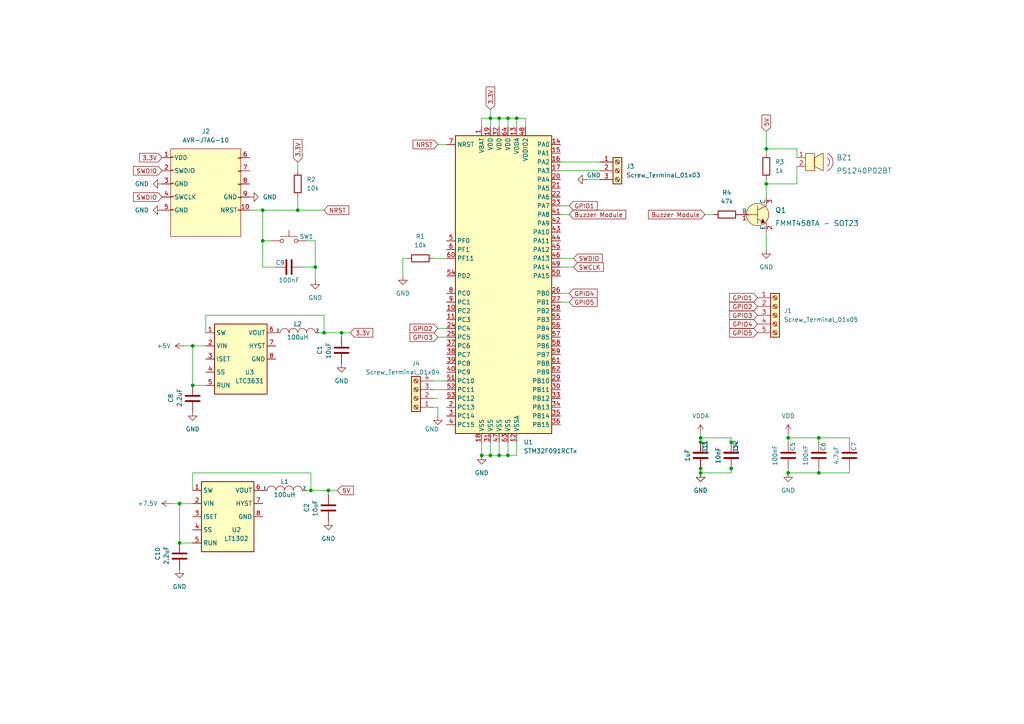
<source format=kicad_sch>
(kicad_sch (version 20211123) (generator eeschema)
  (paper "A4")
  (title_block (title "VRm Schematic") (date "2022-02-15") (rev "1") (company "VRm"))
  (lib_symbols
    (symbol "AVR-JTAG-10_1" (pin_names (offset 1.016))
      (property "Reference" "J" (at -8.89 13.97 0))
      (property "Value" "AVR-JTAG-10_1" (at 1.27 13.97 0))
      (symbol "AVR-JTAG-10_1_0_1"
        (rectangle (start -10.16 -5.08) (end -9.398 -4.826))
        (rectangle (start -10.16 -1.27) (end -9.398 -1.016))
        (rectangle (start -10.16 2.54) (end -9.398 2.794))
        (rectangle (start -10.16 6.35) (end -9.398 6.604))
        (rectangle (start -10.16 10.16) (end -9.398 10.414))
        (rectangle (start 10.16 -4.953) (end 9.398 -5.207))
        (rectangle (start 10.16 -1.27) (end 9.398 -1.524))
        (rectangle (start 10.16 2.54) (end 9.398 2.286))
        (rectangle (start 10.16 6.35) (end 9.398 6.096))
        (rectangle (start 10.16 10.16) (end 9.398 9.906))
        (rectangle (start 10.16 12.7) (end -10.16 -12.7) (fill (type background)))
      )
      (symbol "AVR-JTAG-10_1_1_1"
        (pin passive line (at -12.7 10.16 0) (length 2.54) (name "VDD") (number "1"))
        (pin passive line (at 12.7 -5.08 180) (length 2.54) (name "NRST") (number "10"))
        (pin passive line (at -12.7 6.35 0) (length 2.54) (name "SWDIO") (number "2"))
        (pin passive line (at -12.7 2.54 0) (length 2.54) (name "GND") (number "3"))
        (pin passive line (at -12.7 -1.27 0) (length 2.54) (name "SWCLK") (number "4"))
        (pin passive line (at -12.7 -5.08 0) (length 2.54) (name "GND") (number "5"))
        (pin passive line (at 12.7 10.16 180) (length 2.54) (name "") (number "6"))
        (pin passive line (at 12.7 6.35 180) (length 2.54) (name "") (number "7"))
        (pin passive line (at 12.7 2.54 180) (length 2.54) (name "") (number "8"))
        (pin passive line (at 12.7 -1.27 180) (length 2.54) (name "GND") (number "9"))
      )
    )
    (symbol "Connector:Screw_Terminal_01x03" (pin_names (offset 1.016) hide)
      (property "Reference" "J" (at 0 5.08 0))
      (property "Value" "Screw_Terminal_01x03" (at 0 -5.08 0))
      (symbol "Screw_Terminal_01x03_1_1"
        (rectangle (start -1.27 3.81) (end 1.27 -3.81) (stroke (width 0.254)) (fill (type background)))
        (circle (center 0 -2.54) (radius 0.635) (stroke (width 0.1524)))
        (polyline (pts (xy -0.5334 -2.2098) (xy 0.3302 -3.048)) (stroke (width 0.1524)))
        (polyline (pts (xy -0.5334 0.3302) (xy 0.3302 -0.508)) (stroke (width 0.1524)))
        (polyline (pts (xy -0.5334 2.8702) (xy 0.3302 2.032)) (stroke (width 0.1524)))
        (polyline (pts (xy -0.3556 -2.032) (xy 0.508 -2.8702)) (stroke (width 0.1524)))
        (polyline (pts (xy -0.3556 0.508) (xy 0.508 -0.3302)) (stroke (width 0.1524)))
        (polyline (pts (xy -0.3556 3.048) (xy 0.508 2.2098)) (stroke (width 0.1524)))
        (circle (center 0 0) (radius 0.635) (stroke (width 0.1524)))
        (circle (center 0 2.54) (radius 0.635) (stroke (width 0.1524)))
        (pin passive line (at -5.08 2.54 0) (length 3.81) (name "Pin_1") (number "1"))
        (pin passive line (at -5.08 0 0) (length 3.81) (name "Pin_2") (number "2"))
        (pin passive line (at -5.08 -2.54 0) (length 3.81) (name "Pin_3") (number "3"))
      )
    )
    (symbol "Connector:Screw_Terminal_01x04" (pin_names (offset 1.016) hide)
      (property "Reference" "J" (at 0 5.08 0))
      (property "Value" "Screw_Terminal_01x04" (at 0 -7.62 0))
      (symbol "Screw_Terminal_01x04_1_1"
        (rectangle (start -1.27 3.81) (end 1.27 -6.35) (stroke (width 0.254)) (fill (type background)))
        (circle (center 0 -5.08) (radius 0.635) (stroke (width 0.1524)))
        (circle (center 0 -2.54) (radius 0.635) (stroke (width 0.1524)))
        (polyline (pts (xy -0.5334 -4.7498) (xy 0.3302 -5.588)) (stroke (width 0.1524)))
        (polyline (pts (xy -0.5334 -2.2098) (xy 0.3302 -3.048)) (stroke (width 0.1524)))
        (polyline (pts (xy -0.5334 0.3302) (xy 0.3302 -0.508)) (stroke (width 0.1524)))
        (polyline (pts (xy -0.5334 2.8702) (xy 0.3302 2.032)) (stroke (width 0.1524)))
        (polyline (pts (xy -0.3556 -4.572) (xy 0.508 -5.4102)) (stroke (width 0.1524)))
        (polyline (pts (xy -0.3556 -2.032) (xy 0.508 -2.8702)) (stroke (width 0.1524)))
        (polyline (pts (xy -0.3556 0.508) (xy 0.508 -0.3302)) (stroke (width 0.1524)))
        (polyline (pts (xy -0.3556 3.048) (xy 0.508 2.2098)) (stroke (width 0.1524)))
        (circle (center 0 0) (radius 0.635) (stroke (width 0.1524)))
        (circle (center 0 2.54) (radius 0.635) (stroke (width 0.1524)))
        (pin passive line (at -5.08 2.54 0) (length 3.81) (name "Pin_1") (number "1"))
        (pin passive line (at -5.08 0 0) (length 3.81) (name "Pin_2") (number "2"))
        (pin passive line (at -5.08 -2.54 0) (length 3.81) (name "Pin_3") (number "3"))
        (pin passive line (at -5.08 -5.08 0) (length 3.81) (name "Pin_4") (number "4"))
      )
    )
    (symbol "Connector:Screw_Terminal_01x05" (pin_names (offset 1.016) hide)
      (property "Reference" "J" (at 0 7.62 0))
      (property "Value" "Screw_Terminal_01x05" (at 0 -7.62 0))
      (symbol "Screw_Terminal_01x05_1_1"
        (rectangle (start -1.27 6.35) (end 1.27 -6.35) (stroke (width 0.254)) (fill (type background)))
        (circle (center 0 -5.08) (radius 0.635) (stroke (width 0.1524)))
        (circle (center 0 -2.54) (radius 0.635) (stroke (width 0.1524)))
        (polyline (pts (xy -0.5334 -4.7498) (xy 0.3302 -5.588)) (stroke (width 0.1524)))
        (polyline (pts (xy -0.5334 -2.2098) (xy 0.3302 -3.048)) (stroke (width 0.1524)))
        (polyline (pts (xy -0.5334 0.3302) (xy 0.3302 -0.508)) (stroke (width 0.1524)))
        (polyline (pts (xy -0.5334 2.8702) (xy 0.3302 2.032)) (stroke (width 0.1524)))
        (polyline (pts (xy -0.5334 5.4102) (xy 0.3302 4.572)) (stroke (width 0.1524)))
        (polyline (pts (xy -0.3556 -4.572) (xy 0.508 -5.4102)) (stroke (width 0.1524)))
        (polyline (pts (xy -0.3556 -2.032) (xy 0.508 -2.8702)) (stroke (width 0.1524)))
        (polyline (pts (xy -0.3556 0.508) (xy 0.508 -0.3302)) (stroke (width 0.1524)))
        (polyline (pts (xy -0.3556 3.048) (xy 0.508 2.2098)) (stroke (width 0.1524)))
        (polyline (pts (xy -0.3556 5.588) (xy 0.508 4.7498)) (stroke (width 0.1524)))
        (circle (center 0 0) (radius 0.635) (stroke (width 0.1524)))
        (circle (center 0 2.54) (radius 0.635) (stroke (width 0.1524)))
        (circle (center 0 5.08) (radius 0.635) (stroke (width 0.1524)))
        (pin passive line (at -5.08 5.08 0) (length 3.81) (name "Pin_1") (number "1"))
        (pin passive line (at -5.08 2.54 0) (length 3.81) (name "Pin_2") (number "2"))
        (pin passive line (at -5.08 0 0) (length 3.81) (name "Pin_3") (number "3"))
        (pin passive line (at -5.08 -2.54 0) (length 3.81) (name "Pin_4") (number "4"))
        (pin passive line (at -5.08 -5.08 0) (length 3.81) (name "Pin_5") (number "5"))
      )
    )
    (symbol "Device:C" (pin_numbers hide) (pin_names (offset 0.254))
      (property "Reference" "C" (at 0.635 2.54 0))
      (property "Value" "C" (at 0.635 -2.54 0))
      (symbol "C_0_1"
        (polyline (pts (xy -2.032 -0.762) (xy 2.032 -0.762)) (stroke (width 0.508)))
        (polyline (pts (xy -2.032 0.762) (xy 2.032 0.762)) (stroke (width 0.508)))
      )
      (symbol "C_1_1"
        (pin passive line (at 0 3.81 270) (length 2.794) (name "~") (number "1"))
        (pin passive line (at 0 -3.81 90) (length 2.794) (name "~") (number "2"))
      )
    )
    (symbol "Device:R" (pin_numbers hide) (pin_names (offset 0))
      (property "Reference" "R" (at 2.032 0 90))
      (property "Value" "R" (at 0 0 90))
      (symbol "R_0_1"
        (rectangle (start -1.016 -2.54) (end 1.016 2.54) (stroke (width 0.254)))
      )
      (symbol "R_1_1"
        (pin passive line (at 0 3.81 270) (length 1.27) (name "~") (number "1"))
        (pin passive line (at 0 -3.81 90) (length 1.27) (name "~") (number "2"))
      )
    )
    (symbol "LTC3638_1"
      (property "Reference" "U2" (at -1.27 13.97 0))
      (property "Value" "LTC3638_1" (at -3.81 11.43 0))
      (symbol "LTC3638_1_0_1"
        (rectangle (start -7.62 10.16) (end 7.62 -10.16) (stroke (width 0.254)) (fill (type background)))
      )
      (symbol "LTC3638_1_1_1"
        (pin passive line (at -10.16 7.62 0) (length 2.54) (name "SW") (number "1"))
        (pin passive line (at 3.81 -12.7 90) (length 2.54) hide (name "GND") (number "16"))
        (pin passive line (at 10.16 -12.7 270) (length 2.54) hide (name "GND") (number "17"))
        (pin power_in line (at -10.16 3.81 0) (length 2.54) (name "VIN") (number "2"))
        (pin passive line (at -10.16 0 0) (length 2.54) (name "ISET") (number "3"))
        (pin passive line (at -10.16 -3.81 0) (length 2.54) (name "SS") (number "4"))
        (pin input line (at -10.16 -7.62 0) (length 2.54) (name "RUN") (number "5"))
        (pin power_out line (at 10.16 7.62 180) (length 2.54) (name "VOUT") (number "6"))
        (pin input line (at 10.16 3.81 180) (length 2.54) (name "HYST") (number "7"))
        (pin passive line (at 10.16 0 180) (length 2.54) (name "GND") (number "8"))
      )
    )
    (symbol "MCU_ST_STM32F0:STM32F091RCTx"
      (property "Reference" "U" (at -15.24 44.45 0))
      (property "Value" "STM32F091RCTx" (at 7.62 44.45 0))
      (symbol "STM32F091RCTx_0_1"
        (rectangle (start -15.24 -43.18) (end 12.7 43.18) (stroke (width 0.254)) (fill (type background)))
      )
      (symbol "STM32F091RCTx_1_1"
        (pin power_in line (at -7.62 45.72 270) (length 2.54) (name "VBAT") (number "1"))
        (pin bidirectional line (at -17.78 -7.62 0) (length 2.54) (name "PC2") (number "10"))
        (pin bidirectional line (at -17.78 -10.16 0) (length 2.54) (name "PC3") (number "11"))
        (pin power_in line (at 2.54 -45.72 90) (length 2.54) (name "VSSA") (number "12"))
        (pin power_in line (at 2.54 45.72 270) (length 2.54) (name "VDDA") (number "13"))
        (pin bidirectional line (at 15.24 40.64 180) (length 2.54) (name "PA0") (number "14"))
        (pin bidirectional line (at 15.24 38.1 180) (length 2.54) (name "PA1") (number "15"))
        (pin bidirectional line (at 15.24 35.56 180) (length 2.54) (name "PA2") (number "16"))
        (pin bidirectional line (at 15.24 33.02 180) (length 2.54) (name "PA3") (number "17"))
        (pin power_in line (at -7.62 -45.72 90) (length 2.54) (name "VSS") (number "18"))
        (pin power_in line (at -5.08 45.72 270) (length 2.54) (name "VDD") (number "19"))
        (pin bidirectional line (at -17.78 -35.56 0) (length 2.54) (name "PC13") (number "2"))
        (pin bidirectional line (at 15.24 30.48 180) (length 2.54) (name "PA4") (number "20"))
        (pin bidirectional line (at 15.24 27.94 180) (length 2.54) (name "PA5") (number "21"))
        (pin bidirectional line (at 15.24 25.4 180) (length 2.54) (name "PA6") (number "22"))
        (pin bidirectional line (at 15.24 22.86 180) (length 2.54) (name "PA7") (number "23"))
        (pin bidirectional line (at -17.78 -12.7 0) (length 2.54) (name "PC4") (number "24"))
        (pin bidirectional line (at -17.78 -15.24 0) (length 2.54) (name "PC5") (number "25"))
        (pin bidirectional line (at 15.24 -2.54 180) (length 2.54) (name "PB0") (number "26"))
        (pin bidirectional line (at 15.24 -5.08 180) (length 2.54) (name "PB1") (number "27"))
        (pin bidirectional line (at 15.24 -7.62 180) (length 2.54) (name "PB2") (number "28"))
        (pin bidirectional line (at 15.24 -27.94 180) (length 2.54) (name "PB10") (number "29"))
        (pin bidirectional line (at -17.78 -38.1 0) (length 2.54) (name "PC14") (number "3"))
        (pin bidirectional line (at 15.24 -30.48 180) (length 2.54) (name "PB11") (number "30"))
        (pin power_in line (at -5.08 -45.72 90) (length 2.54) (name "VSS") (number "31"))
        (pin power_in line (at -2.54 45.72 270) (length 2.54) (name "VDD") (number "32"))
        (pin bidirectional line (at 15.24 -33.02 180) (length 2.54) (name "PB12") (number "33"))
        (pin bidirectional line (at 15.24 -35.56 180) (length 2.54) (name "PB13") (number "34"))
        (pin bidirectional line (at 15.24 -38.1 180) (length 2.54) (name "PB14") (number "35"))
        (pin bidirectional line (at 15.24 -40.64 180) (length 2.54) (name "PB15") (number "36"))
        (pin bidirectional line (at -17.78 -17.78 0) (length 2.54) (name "PC6") (number "37"))
        (pin bidirectional line (at -17.78 -20.32 0) (length 2.54) (name "PC7") (number "38"))
        (pin bidirectional line (at -17.78 -22.86 0) (length 2.54) (name "PC8") (number "39"))
        (pin bidirectional line (at -17.78 -40.64 0) (length 2.54) (name "PC15") (number "4"))
        (pin bidirectional line (at -17.78 -25.4 0) (length 2.54) (name "PC9") (number "40"))
        (pin bidirectional line (at 15.24 20.32 180) (length 2.54) (name "PA8") (number "41"))
        (pin bidirectional line (at 15.24 17.78 180) (length 2.54) (name "PA9") (number "42"))
        (pin bidirectional line (at 15.24 15.24 180) (length 2.54) (name "PA10") (number "43"))
        (pin bidirectional line (at 15.24 12.7 180) (length 2.54) (name "PA11") (number "44"))
        (pin bidirectional line (at 15.24 10.16 180) (length 2.54) (name "PA12") (number "45"))
        (pin bidirectional line (at 15.24 7.62 180) (length 2.54) (name "PA13") (number "46"))
        (pin power_in line (at -2.54 -45.72 90) (length 2.54) (name "VSS") (number "47"))
        (pin power_in line (at 5.08 45.72 270) (length 2.54) (name "VDDIO2") (number "48"))
        (pin bidirectional line (at 15.24 5.08 180) (length 2.54) (name "PA14") (number "49"))
        (pin input line (at -17.78 12.7 0) (length 2.54) (name "PF0") (number "5"))
        (pin bidirectional line (at 15.24 2.54 180) (length 2.54) (name "PA15") (number "50"))
        (pin bidirectional line (at -17.78 -27.94 0) (length 2.54) (name "PC10") (number "51"))
        (pin bidirectional line (at -17.78 -30.48 0) (length 2.54) (name "PC11") (number "52"))
        (pin bidirectional line (at -17.78 -33.02 0) (length 2.54) (name "PC12") (number "53"))
        (pin bidirectional line (at -17.78 2.54 0) (length 2.54) (name "PD2") (number "54"))
        (pin bidirectional line (at 15.24 -10.16 180) (length 2.54) (name "PB3") (number "55"))
        (pin bidirectional line (at 15.24 -12.7 180) (length 2.54) (name "PB4") (number "56"))
        (pin bidirectional line (at 15.24 -15.24 180) (length 2.54) (name "PB5") (number "57"))
        (pin bidirectional line (at 15.24 -17.78 180) (length 2.54) (name "PB6") (number "58"))
        (pin bidirectional line (at 15.24 -20.32 180) (length 2.54) (name "PB7") (number "59"))
        (pin input line (at -17.78 10.16 0) (length 2.54) (name "PF1") (number "6"))
        (pin bidirectional line (at -17.78 7.62 0) (length 2.54) (name "PF11") (number "60"))
        (pin bidirectional line (at 15.24 -22.86 180) (length 2.54) (name "PB8") (number "61"))
        (pin bidirectional line (at 15.24 -25.4 180) (length 2.54) (name "PB9") (number "62"))
        (pin power_in line (at 0 -45.72 90) (length 2.54) (name "VSS") (number "63"))
        (pin power_in line (at 0 45.72 270) (length 2.54) (name "VDD") (number "64"))
        (pin input line (at -17.78 40.64 0) (length 2.54) (name "NRST") (number "7"))
        (pin bidirectional line (at -17.78 -2.54 0) (length 2.54) (name "PC0") (number "8"))
        (pin bidirectional line (at -17.78 -5.08 0) (length 2.54) (name "PC1") (number "9"))
      )
    )
    (symbol "Switch:SW_Push" (pin_numbers hide) (pin_names (offset 1.016) hide)
      (property "Reference" "SW" (at 1.27 2.54 0))
      (property "Value" "SW_Push" (at 0 -1.524 0))
      (symbol "SW_Push_0_1"
        (circle (center -2.032 0) (radius 0.508))
        (polyline (pts (xy 0 1.27) (xy 0 3.048)))
        (polyline (pts (xy 2.54 1.27) (xy -2.54 1.27)))
        (circle (center 2.032 0) (radius 0.508))
        (pin passive line (at -5.08 0 0) (length 2.54) (name "1") (number "1"))
        (pin passive line (at 5.08 0 180) (length 2.54) (name "2") (number "2"))
      )
    )
    (symbol "dk_Alarms-Buzzers-and-Sirens:PS1240P02BT" (pin_names (offset 0))
      (property "Reference" "BZ" (at 0 5.08 0))
      (property "Value" "PS1240P02BT" (at -1.27 -3.81 0))
      (symbol "PS1240P02BT_0_1"
        (polyline (pts (xy 2.54 2.54) (xy 5.08 3.81) (xy 5.08 -1.27) (xy 2.54 0) (xy 2.54 2.54)) (fill (type background)))
        (rectangle (start 0 3.81) (end 2.54 -1.27) (fill (type background)))
        (arc (start 6.35 -1.27) (mid 7.9198 1.27) (end 6.35 3.81))
        (arc (start 6.35 0) (mid 6.8761 1.27) (end 6.35 2.54))
      )
      (symbol "PS1240P02BT_1_1"
        (pin input line (at -2.54 2.54 0) (length 2.54) (name "~") (number "1"))
        (pin input line (at -2.54 0 0) (length 2.54) (name "~") (number "2"))
      )
    )
    (symbol "dk_Transistors-Bipolar-BJT-Single:FMMT458TA" (pin_names (offset 0))
      (property "Reference" "Q" (at -3.2004 4.2164 0))
      (property "Value" "FMMT458TA" (at 5.2324 0 90))
      (symbol "FMMT458TA_0_1"
        (polyline (pts (xy -3.81 0) (xy -2.54 0)))
        (polyline (pts (xy -3.556 0) (xy 0 0)))
        (polyline (pts (xy 0 -1.27) (xy 2.54 -2.54)))
        (polyline (pts (xy 0 1.27) (xy 2.54 2.54)))
        (polyline (pts (xy 0 2.54) (xy 0 -2.54)))
        (polyline (pts (xy 1.524 -1.27) (xy 2.032 -2.286) (xy 1.016 -2.54) (xy 1.524 -1.27)) (fill (type outline)))
        (circle (center 0 0) (radius 3.2512) (fill (type background)))
      )
      (symbol "FMMT458TA_1_1"
        (pin input line (at -5.08 0 0) (length 2.54) (name "B") (number "1"))
        (pin passive line (at 2.54 -5.08 90) (length 2.54) (name "E") (number "2"))
        (pin passive line (at 2.54 5.08 270) (length 2.54) (name "C") (number "3"))
      )
    )
    (symbol "power:+5V" (power) (pin_names (offset 0))
      (property "Value" "+5V" (at 0 3.556 0))
      (symbol "+5V_0_1"
        (polyline (pts (xy -0.762 1.27) (xy 0 2.54)))
        (polyline (pts (xy 0 0) (xy 0 2.54)))
        (polyline (pts (xy 0 2.54) (xy 0.762 1.27)))
      )
      (symbol "+5V_1_1"
        (pin power_in line (at 0 0 90) (length 0) hide (name "+5V") (number "1"))
      )
    )
    (symbol "power:+7.5V" (power) (pin_names (offset 0))
      (property "Value" "+7.5V" (at 0 3.556 0))
      (symbol "+7.5V_0_1"
        (polyline (pts (xy -0.762 1.27) (xy 0 2.54)))
        (polyline (pts (xy 0 0) (xy 0 2.54)))
        (polyline (pts (xy 0 2.54) (xy 0.762 1.27)))
      )
      (symbol "+7.5V_1_1"
        (pin power_in line (at 0 0 90) (length 0) hide (name "+7.5V") (number "1"))
      )
    )
    (symbol "power:GND" (power) (pin_names (offset 0))
      (property "Value" "GND" (at 0 -3.81 0))
      (symbol "GND_0_1"
        (polyline (pts (xy 0 0) (xy 0 -1.27) (xy 1.27 -1.27) (xy 0 -2.54) (xy -1.27 -1.27) (xy 0 -1.27)))
      )
      (symbol "GND_1_1"
        (pin power_in line (at 0 0 270) (length 0) hide (name "GND") (number "1"))
      )
    )
    (symbol "power:VDD" (power) (pin_names (offset 0))
      (property "Value" "VDD" (at 0 3.81 0))
      (symbol "VDD_0_1"
        (polyline (pts (xy -0.762 1.27) (xy 0 2.54)))
        (polyline (pts (xy 0 0) (xy 0 2.54)))
        (polyline (pts (xy 0 2.54) (xy 0.762 1.27)))
      )
      (symbol "VDD_1_1"
        (pin power_in line (at 0 0 90) (length 0) hide (name "VDD") (number "1"))
      )
    )
    (symbol "power:VDDA" (power) (pin_names (offset 0))
      (property "Value" "VDDA" (at 0 3.81 0))
      (symbol "VDDA_0_1"
        (polyline (pts (xy -0.762 1.27) (xy 0 2.54)))
        (polyline (pts (xy 0 0) (xy 0 2.54)))
        (polyline (pts (xy 0 2.54) (xy 0.762 1.27)))
      )
      (symbol "VDDA_1_1"
        (pin power_in line (at 0 0 90) (length 0) hide (name "VDDA") (number "1"))
      )
    )
    (symbol "pspice:INDUCTOR" (pin_numbers hide) (pin_names (offset 0))
      (property "Reference" "L" (at 0 2.54 0))
      (property "Value" "INDUCTOR" (at 0 -1.27 0))
      (symbol "INDUCTOR_0_1"
        (arc (start -2.54 0) (mid -3.81 1.27) (end -5.08 0))
        (arc (start 0 0) (mid -1.27 1.27) (end -2.54 0))
        (arc (start 2.54 0) (mid 1.27 1.27) (end 0 0))
        (arc (start 5.08 0) (mid 3.81 1.27) (end 2.54 0))
      )
      (symbol "INDUCTOR_1_1"
        (pin input line (at -6.35 0 0) (length 1.27) (name "1") (number "1"))
        (pin input line (at 6.35 0 180) (length 1.27) (name "2") (number "2"))
      )
    )
  )
  (junction (at 52.07 157.48))
  (junction (at 93.98 96.52))
  (junction (at 149.86 34.29))
  (junction (at 203.2 128.27))
  (junction (at 86.36 60.96))
  (junction (at 142.24 132.08))
  (junction (at 222.25 53.34))
  (junction (at 142.24 34.29))
  (junction (at 55.88 111.76))
  (junction (at 55.88 100.33))
  (junction (at 91.44 77.47))
  (junction (at 212.09 128.27))
  (junction (at 76.2 60.96))
  (junction (at 203.2 127))
  (junction (at 237.49 137.16))
  (junction (at 147.32 132.08))
  (junction (at 144.78 34.29))
  (junction (at 212.09 135.89))
  (junction (at 237.49 127))
  (junction (at 203.2 135.89))
  (junction (at 203.2 137.16))
  (junction (at 222.25 43.18))
  (junction (at 76.2 69.85))
  (junction (at 95.25 142.24))
  (junction (at 144.78 132.08))
  (junction (at 147.32 34.29))
  (junction (at 52.07 146.05))
  (junction (at 228.6 137.16))
  (junction (at 90.17 142.24))
  (junction (at 228.6 127))
  (junction (at 99.06 96.52))
  (junction (at 139.7 132.08))
  (wire (pts (xy 55.88 142.24) (xy 55.88 137.16)))
  (wire (pts (xy 147.32 128.27) (xy 147.32 132.08)))
  (wire (pts (xy 99.06 96.52) (xy 99.06 97.79)))
  (wire (pts (xy 125.73 118.11) (xy 127 118.11)))
  (wire (pts (xy 162.56 85.09) (xy 165.1 85.09)))
  (wire (pts (xy 237.49 127) (xy 237.49 128.27)))
  (wire (pts (xy 118.11 74.93) (xy 116.84 74.93)))
  (wire (pts (xy 246.38 127) (xy 246.38 128.27)))
  (wire (pts (xy 127 95.25) (xy 129.54 95.25)))
  (wire (pts (xy 142.24 128.27) (xy 142.24 132.08)))
  (wire (pts (xy 228.6 127) (xy 228.6 128.27)))
  (wire (pts (xy 93.98 96.52) (xy 99.06 96.52)))
  (wire (pts (xy 88.9 69.85) (xy 91.44 69.85)))
  (wire (pts (xy 139.7 34.29) (xy 142.24 34.29)))
  (wire (pts (xy 246.38 135.89) (xy 246.38 137.16)))
  (wire (pts (xy 152.4 36.83) (xy 152.4 34.29)))
  (wire (pts (xy 142.24 31.75) (xy 142.24 34.29)))
  (wire (pts (xy 228.6 137.16) (xy 237.49 137.16)))
  (wire (pts (xy 116.84 74.93) (xy 116.84 80.01)))
  (wire (pts (xy 91.44 69.85) (xy 91.44 77.47)))
  (wire (pts (xy 222.25 53.34) (xy 222.25 57.15)))
  (wire (pts (xy 228.6 125.73) (xy 228.6 127)))
  (wire (pts (xy 59.69 96.52) (xy 59.69 91.44)))
  (wire (pts (xy 162.56 59.69) (xy 165.1 59.69)))
  (wire (pts (xy 212.09 135.89) (xy 212.09 137.16)))
  (wire (pts (xy 93.98 91.44) (xy 93.98 96.52)))
  (wire (pts (xy 149.86 34.29) (xy 149.86 36.83)))
  (wire (pts (xy 72.39 60.96) (xy 76.2 60.96)))
  (wire (pts (xy 222.25 44.45) (xy 222.25 43.18)))
  (wire (pts (xy 127 118.11) (xy 127 120.65)))
  (wire (pts (xy 237.49 137.16) (xy 246.38 137.16)))
  (wire (pts (xy 99.06 96.52) (xy 101.6 96.52)))
  (wire (pts (xy 52.07 157.48) (xy 52.07 146.05)))
  (wire (pts (xy 76.2 77.47) (xy 80.01 77.47)))
  (wire (pts (xy 170.18 52.07) (xy 173.99 52.07)))
  (wire (pts (xy 125.73 113.03) (xy 129.54 113.03)))
  (wire (pts (xy 212.09 127) (xy 212.09 128.27)))
  (wire (pts (xy 142.24 34.29) (xy 142.24 36.83)))
  (wire (pts (xy 52.07 146.05) (xy 55.88 146.05)))
  (wire (pts (xy 222.25 67.31) (xy 222.25 72.39)))
  (wire (pts (xy 139.7 132.08) (xy 142.24 132.08)))
  (wire (pts (xy 237.49 135.89) (xy 237.49 137.16)))
  (wire (pts (xy 127 97.79) (xy 129.54 97.79)))
  (wire (pts (xy 228.6 137.16) (xy 228.6 138.43)))
  (wire (pts (xy 59.69 111.76) (xy 55.88 111.76)))
  (wire (pts (xy 125.73 110.49) (xy 129.54 110.49)))
  (wire (pts (xy 90.17 142.24) (xy 95.25 142.24)))
  (wire (pts (xy 162.56 62.23) (xy 165.1 62.23)))
  (wire (pts (xy 203.2 135.89) (xy 203.2 137.16)))
  (wire (pts (xy 203.2 127) (xy 212.09 127)))
  (wire (pts (xy 222.25 52.07) (xy 222.25 53.34)))
  (wire (pts (xy 203.2 125.73) (xy 203.2 127)))
  (wire (pts (xy 228.6 135.89) (xy 228.6 137.16)))
  (wire (pts (xy 222.25 43.18) (xy 231.14 43.18)))
  (wire (pts (xy 162.56 74.93) (xy 166.37 74.93)))
  (wire (pts (xy 228.6 127) (xy 237.49 127)))
  (wire (pts (xy 139.7 128.27) (xy 139.7 132.08)))
  (wire (pts (xy 125.73 115.57) (xy 127 115.57)))
  (wire (pts (xy 55.88 137.16) (xy 90.17 137.16)))
  (wire (pts (xy 91.44 77.47) (xy 91.44 81.28)))
  (wire (pts (xy 203.2 137.16) (xy 212.09 137.16)))
  (wire (pts (xy 162.56 46.99) (xy 173.99 46.99)))
  (wire (pts (xy 90.17 137.16) (xy 90.17 142.24)))
  (wire (pts (xy 87.63 77.47) (xy 91.44 77.47)))
  (wire (pts (xy 86.36 57.15) (xy 86.36 60.96)))
  (wire (pts (xy 147.32 132.08) (xy 149.86 132.08)))
  (wire (pts (xy 76.2 69.85) (xy 76.2 77.47)))
  (wire (pts (xy 49.53 146.05) (xy 52.07 146.05)))
  (wire (pts (xy 162.56 87.63) (xy 165.1 87.63)))
  (wire (pts (xy 222.25 43.18) (xy 222.25 38.1)))
  (wire (pts (xy 86.36 60.96) (xy 93.98 60.96)))
  (wire (pts (xy 55.88 100.33) (xy 59.69 100.33)))
  (wire (pts (xy 125.73 74.93) (xy 129.54 74.93)))
  (wire (pts (xy 59.69 91.44) (xy 93.98 91.44)))
  (wire (pts (xy 55.88 111.76) (xy 55.88 100.33)))
  (wire (pts (xy 95.25 142.24) (xy 95.25 143.51)))
  (wire (pts (xy 95.25 142.24) (xy 97.79 142.24)))
  (wire (pts (xy 222.25 53.34) (xy 231.14 53.34)))
  (wire (pts (xy 237.49 127) (xy 246.38 127)))
  (wire (pts (xy 139.7 36.83) (xy 139.7 34.29)))
  (wire (pts (xy 203.2 127) (xy 203.2 128.27)))
  (wire (pts (xy 162.56 77.47) (xy 166.37 77.47)))
  (wire (pts (xy 144.78 34.29) (xy 147.32 34.29)))
  (wire (pts (xy 162.56 49.53) (xy 173.99 49.53)))
  (wire (pts (xy 147.32 34.29) (xy 147.32 36.83)))
  (wire (pts (xy 231.14 43.18) (xy 231.14 45.72)))
  (wire (pts (xy 144.78 128.27) (xy 144.78 132.08)))
  (wire (pts (xy 90.17 142.24) (xy 88.9 142.24)))
  (wire (pts (xy 86.36 46.99) (xy 86.36 49.53)))
  (wire (pts (xy 152.4 34.29) (xy 149.86 34.29)))
  (wire (pts (xy 149.86 128.27) (xy 149.86 132.08)))
  (wire (pts (xy 76.2 60.96) (xy 86.36 60.96)))
  (wire (pts (xy 127 41.91) (xy 129.54 41.91)))
  (wire (pts (xy 231.14 48.26) (xy 231.14 53.34)))
  (wire (pts (xy 53.34 100.33) (xy 55.88 100.33)))
  (wire (pts (xy 142.24 132.08) (xy 144.78 132.08)))
  (wire (pts (xy 204.47 62.23) (xy 207.01 62.23)))
  (wire (pts (xy 76.2 60.96) (xy 76.2 69.85)))
  (wire (pts (xy 142.24 34.29) (xy 144.78 34.29)))
  (wire (pts (xy 144.78 34.29) (xy 144.78 36.83)))
  (wire (pts (xy 144.78 132.08) (xy 147.32 132.08)))
  (wire (pts (xy 76.2 69.85) (xy 78.74 69.85)))
  (wire (pts (xy 93.98 96.52) (xy 92.71 96.52)))
  (wire (pts (xy 55.88 157.48) (xy 52.07 157.48)))
  (wire (pts (xy 147.32 34.29) (xy 149.86 34.29)))
  (wire (pts (xy 203.2 137.16) (xy 203.2 138.43)))
  (global_label "Buzzer Module" (shape input) (at 165.1 62.23 0) (property "Intersheet References" "${INTERSHEET_REFS}" (effects hide)))
  (global_label "NRST" (shape input) (at 93.98 60.96 0) (property "Intersheet References" "${INTERSHEET_REFS}" (effects hide)))
  (global_label "GPIO2" (shape input) (at 127 95.25 180) (property "Intersheet References" "${INTERSHEET_REFS}" (effects hide)))
  (global_label "5V" (shape input) (at 97.79 142.24 0) (property "Intersheet References" "${INTERSHEET_REFS}" (effects hide)))
  (global_label "NRST" (shape input) (at 127 41.91 180) (property "Intersheet References" "${INTERSHEET_REFS}" (effects hide)))
  (global_label "GPIO3" (shape input) (at 127 97.79 180) (property "Intersheet References" "${INTERSHEET_REFS}" (effects hide)))
  (global_label "GPIO2" (shape input) (at 219.71 88.9 180) (property "Intersheet References" "${INTERSHEET_REFS}" (effects hide)))
  (global_label "GPIO3" (shape input) (at 219.71 91.44 180) (property "Intersheet References" "${INTERSHEET_REFS}" (effects hide)))
  (global_label "3.3V" (shape input) (at 86.36 46.99 90) (property "Intersheet References" "${INTERSHEET_REFS}" (effects hide)))
  (global_label "Buzzer Module" (shape input) (at 204.47 62.23 180) (property "Intersheet References" "${INTERSHEET_REFS}" (effects hide)))
  (global_label "3.3V" (shape input) (at 101.6 96.52 0) (property "Intersheet References" "${INTERSHEET_REFS}" (effects hide)))
  (global_label "3.3V" (shape input) (at 46.99 45.72 180) (property "Intersheet References" "${INTERSHEET_REFS}" (effects hide)))
  (global_label "SWDIO" (shape input) (at 46.99 49.53 180) (property "Intersheet References" "${INTERSHEET_REFS}" (effects hide)))
  (global_label "GPIO1" (shape input) (at 219.71 86.36 180) (property "Intersheet References" "${INTERSHEET_REFS}" (effects hide)))
  (global_label "SWDIO" (shape input) (at 166.37 74.93 0) (property "Intersheet References" "${INTERSHEET_REFS}" (effects hide)))
  (global_label "GPIO5" (shape input) (at 165.1 87.63 0) (property "Intersheet References" "${INTERSHEET_REFS}" (effects hide)))
  (global_label "5V" (shape input) (at 222.25 38.1 90) (property "Intersheet References" "${INTERSHEET_REFS}" (effects hide)))
  (global_label "GPIO4" (shape input) (at 165.1 85.09 0) (property "Intersheet References" "${INTERSHEET_REFS}" (effects hide)))
  (global_label "SWDIO" (shape input) (at 46.99 57.15 180) (property "Intersheet References" "${INTERSHEET_REFS}" (effects hide)))
  (global_label "SWCLK" (shape input) (at 166.37 77.47 0) (property "Intersheet References" "${INTERSHEET_REFS}" (effects hide)))
  (global_label "3.3V" (shape input) (at 142.24 31.75 90) (property "Intersheet References" "${INTERSHEET_REFS}" (effects hide)))
  (global_label "GPIO4" (shape input) (at 219.71 93.98 180) (property "Intersheet References" "${INTERSHEET_REFS}" (effects hide)))
  (global_label "GPIO5" (shape input) (at 219.71 96.52 180) (property "Intersheet References" "${INTERSHEET_REFS}" (effects hide)))
  (global_label "GPIO1" (shape input) (at 165.1 59.69 0) (property "Intersheet References" "${INTERSHEET_REFS}" (effects hide)))
  (symbol (lib_name "LTC3638_1") (lib_id "Regulator_Switching:LTC3638") (at 66.04 149.86 0) (unit 1)
    (property "Reference" "U2" (at 68.58 153.67 0))
    (property "Value" "LT1302" (at 68.58 156.21 0))
    (property "Footprint" "Package_SO:Linear_MSOP-12-16-1EP_3x4mm_P0.5mm" (effects hide))
    (property "Datasheet" "https://www.analog.com/media/en/technical-documentation/data-sheets/3638fa.pdf" (effects hide))
  )
  (symbol (lib_id "Connector:Screw_Terminal_01x04") (at 120.65 115.57 180) (unit 1)
    (property "Reference" "J4" (at 120.65 105.41 0))
    (property "Value" "Screw_Terminal_01x04" (at 116.84 107.95 0))
  )
  (symbol (lib_id "power:GND") (at 91.44 81.28 0) (unit 1)
    (property "Reference" "#PWR0113" (effects hide))
    (property "Value" "GND" (at 91.44 86.36 0))
  )
  (symbol (lib_id "Device:C") (at 95.25 147.32 0) (unit 1)
    (property "Reference" "C2" (at 88.9 148.59 90) (effects (justify left)))
    (property "Value" "10uF" (at 91.44 149.86 90) (effects (justify left)))
  )
  (symbol (lib_id "Device:C") (at 55.88 115.57 0) (unit 1)
    (property "Reference" "C8" (at 49.53 116.84 90) (effects (justify left)))
    (property "Value" "2.2uF" (at 52.07 118.11 90) (effects (justify left)))
  )
  (symbol (lib_id "power:+5V") (at 53.34 100.33 90) (unit 1)
    (property "Reference" "#PWR0117" (effects hide))
    (property "Value" "+5V" (at 49.53 100.3299 90) (effects (justify left)))
  )
  (symbol (lib_id "power:GND") (at 72.39 57.15 90) (unit 1)
    (property "Reference" "#PWR0112" (effects hide))
    (property "Value" "GND" (at 76.2 57.1499 90) (effects (justify right)))
  )
  (symbol (lib_id "Device:C") (at 83.82 77.47 90) (unit 1)
    (property "Reference" "C9" (at 81.28 76.2 90))
    (property "Value" "100nF" (at 83.82 81.28 90))
  )
  (symbol (lib_id "MCU_ST_STM32F0:STM32F091RCTx") (at 147.32 82.55 0) (unit 1)
    (property "Reference" "U1" (at 151.8794 128.27 0) (effects (justify left)))
    (property "Value" "STM32F091RCTx" (at 151.8794 130.81 0) (effects (justify left)))
    (property "Footprint" "Package_QFP:LQFP-64_10x10mm_P0.5mm" (effects hide))
    (property "Datasheet" "http://www.st.com/st-web-ui/static/active/en/resource/technical/document/datasheet/DM00115237.pdf" (effects hide))
  )
  (symbol (lib_id "Device:C") (at 203.2 132.08 0) (unit 1)
    (property "Reference" "C11" (at 204.47 129.54 90))
    (property "Value" "1uF" (at 199.39 132.08 90))
  )
  (symbol (lib_id "power:GND") (at 203.2 137.16 0) (unit 1)
    (property "Reference" "#PWR0102" (effects hide))
    (property "Value" "GND" (at 203.2 142.24 0))
  )
  (symbol (lib_id "power:VDD") (at 228.6 125.73 0) (unit 1)
    (property "Reference" "#PWR0106" (effects hide))
    (property "Value" "VDD" (at 228.6 120.65 0))
  )
  (symbol (lib_id "power:+7.5V") (at 49.53 146.05 90) (unit 1)
    (property "Reference" "#PWR0119" (effects hide))
    (property "Value" "+7.5V" (at 45.72 146.0499 90) (effects (justify left)))
  )
  (symbol (lib_id "Device:C") (at 246.38 132.08 0) (unit 1)
    (property "Reference" "C7" (at 247.65 129.54 90))
    (property "Value" "4.7uF" (at 242.57 132.08 90))
  )
  (symbol (lib_id "Device:C") (at 203.2 132.08 0) (unit 1)
    (property "Reference" "C3" (at 204.47 129.54 90))
    (property "Value" "1uF" (at 199.39 132.08 90))
  )
  (symbol (lib_id "dk_Alarms-Buzzers-and-Sirens:PS1240P02BT") (at 233.68 48.26 0) (unit 1)
    (property "Reference" "BZ1" (at 242.57 45.72 0) (effects (font (size 1.524 1.524)) (justify left)))
    (property "Value" "PS1240P02BT" (at 242.57 49.53 0) (effects (font (size 1.524 1.524)) (justify left)))
    (property "Footprint" "digikey-footprints:Piezo_Transducer_THT_PS1240P02BT" (effects hide))
    (property "Datasheet" "https://product.tdk.com/info/en/catalog/datasheets/piezoelectronic_buzzer_ps_en.pdf" (effects hide))
    (property "Digi-Key_PN" "445-2525-1-ND" (effects hide))
    (property "MPN" "PS1240P02BT" (effects hide))
    (property "Category" "Audio Products" (effects hide))
    (property "Family" "Alarms, Buzzers, and Sirens" (effects hide))
    (property "DK_Datasheet_Link" "https://product.tdk.com/info/en/catalog/datasheets/piezoelectronic_buzzer_ps_en.pdf" (effects hide))
    (property "DK_Detail_Page" "/product-detail/en/tdk-corporation/PS1240P02BT/445-2525-1-ND/935930" (effects hide))
    (property "Description" "AUDIO PIEZO TRANSDUCER 30V TH" (effects hide))
    (property "Manufacturer" "TDK Corporation" (effects hide))
    (property "Status" "Active" (effects hide))
  )
  (symbol (lib_id "power:GND") (at 52.07 165.1 0) (unit 1)
    (property "Reference" "#PWR0118" (effects hide))
    (property "Value" "GND" (at 52.07 170.18 0))
  )
  (symbol (lib_id "Connector:Screw_Terminal_01x05") (at 224.79 91.44 0) (unit 1)
    (property "Reference" "J1" (at 227.33 90.1699 0) (effects (justify left)))
    (property "Value" "Screw_Terminal_01x05" (at 227.33 92.7099 0) (effects (justify left)))
  )
  (symbol (lib_id "power:VDDA") (at 203.2 125.73 0) (unit 1)
    (property "Reference" "#PWR0101" (effects hide))
    (property "Value" "VDDA" (at 203.2 120.65 0))
  )
  (symbol (lib_id "power:GND") (at 55.88 119.38 0) (unit 1)
    (property "Reference" "#PWR0116" (effects hide))
    (property "Value" "GND" (at 55.88 124.46 0))
  )
  (symbol (lib_name "AVR-JTAG-10_1") (lib_id "Connector:AVR-JTAG-10") (at 59.69 55.88 0) (unit 1)
    (property "Reference" "J2" (at 59.69 38.1 0))
    (property "Value" "AVR-JTAG-10" (at 59.69 40.64 0))
    (property "Datasheet" " ~" (effects hide))
  )
  (symbol (lib_id "Device:C") (at 52.07 161.29 0) (unit 1)
    (property "Reference" "C10" (at 45.72 162.56 90) (effects (justify left)))
    (property "Value" "2.2uF" (at 48.26 163.83 90) (effects (justify left)))
  )
  (symbol (lib_id "dk_Transistors-Bipolar-BJT-Single:FMMT458TA") (at 219.71 62.23 0) (unit 1)
    (property "Reference" "Q1" (at 224.79 60.96 0) (effects (font (size 1.524 1.524)) (justify left)))
    (property "Value" "FMMT458TA - SOT23" (at 224.79 64.77 0) (effects (font (size 1.524 1.524)) (justify left)))
    (property "Footprint" "digikey-footprints:SOT-23-3" (effects hide))
    (property "Datasheet" "https://www.diodes.com/assets/Datasheets/FMMT458.pdf" (effects hide))
    (property "Digi-Key_PN" "FMMT458CT-ND" (effects hide))
    (property "MPN" "FMMT458TA" (effects hide))
    (property "Category" "Discrete Semiconductor Products" (effects hide))
    (property "Family" "Transistors - Bipolar (BJT) - Single" (effects hide))
    (property "DK_Datasheet_Link" "https://www.diodes.com/assets/Datasheets/FMMT458.pdf" (effects hide))
    (property "DK_Detail_Page" "/product-detail/en/diodes-incorporated/FMMT458TA/FMMT458CT-ND/243272" (effects hide))
    (property "Description" "TRANS NPN 400V 0.225A SOT23-3" (effects hide))
    (property "Manufacturer" "Diodes Incorporated" (effects hide))
    (property "Status" "Active" (effects hide))
  )
  (symbol (lib_id "Device:C") (at 212.09 132.08 0) (unit 1)
    (property "Reference" "C4" (at 213.36 129.54 90))
    (property "Value" "10nF" (at 208.28 132.08 90))
  )
  (symbol (lib_name "LTC3638_1") (lib_id "Regulator_Switching:LTC3638") (at 69.85 104.14 0) (unit 1)
    (property "Reference" "U3" (at 72.39 107.95 0))
    (property "Value" "LTC3631" (at 72.39 110.49 0))
    (property "Footprint" "Package_SO:Linear_MSOP-12-16-1EP_3x4mm_P0.5mm" (effects hide))
    (property "Datasheet" "https://www.analog.com/media/en/technical-documentation/data-sheets/3638fa.pdf" (effects hide))
  )
  (symbol (lib_id "power:GND") (at 170.18 52.07 270) (unit 1)
    (property "Reference" "#PWR0110" (effects hide))
    (property "Value" "GND" (at 170.18 50.8 90) (effects (justify left)))
  )
  (symbol (lib_id "Device:R") (at 222.25 48.26 0) (unit 1)
    (property "Reference" "R3" (at 224.79 46.9899 0) (effects (justify left)))
    (property "Value" "1k" (at 224.79 49.5299 0) (effects (justify left)))
  )
  (symbol (lib_id "Device:R") (at 210.82 62.23 270) (unit 1)
    (property "Reference" "R4" (at 210.82 55.88 90))
    (property "Value" "47k" (at 210.82 58.42 90))
  )
  (symbol (lib_id "power:GND") (at 127 120.65 0) (unit 1)
    (property "Reference" "#PWR0105" (effects hide))
    (property "Value" "GND" (at 123.19 124.46 0) (effects (justify left)))
  )
  (symbol (lib_id "power:GND") (at 46.99 60.96 270) (mirror x) (unit 1)
    (property "Reference" "#PWR0114" (effects hide))
    (property "Value" "GND" (at 43.18 60.9599 90) (effects (justify right)))
  )
  (symbol (lib_id "pspice:INDUCTOR") (at 82.55 142.24 0) (unit 1)
    (property "Reference" "L1" (at 82.55 139.7 0))
    (property "Value" "100uH" (at 82.55 143.51 0))
  )
  (symbol (lib_id "power:GND") (at 139.7 132.08 0) (unit 1)
    (property "Reference" "#PWR0104" (effects hide))
    (property "Value" "GND" (at 139.7 137.16 0))
  )
  (symbol (lib_id "Device:C") (at 99.06 101.6 0) (unit 1)
    (property "Reference" "C1" (at 92.71 102.87 90) (effects (justify left)))
    (property "Value" "10uF" (at 95.25 104.14 90) (effects (justify left)))
  )
  (symbol (lib_id "Connector:Screw_Terminal_01x03") (at 179.07 49.53 0) (unit 1)
    (property "Reference" "J3" (at 181.61 48.2599 0) (effects (justify left)))
    (property "Value" "Screw_Terminal_01x03" (at 181.61 50.7999 0) (effects (justify left)))
  )
  (symbol (lib_id "power:GND") (at 222.25 72.39 0) (unit 1)
    (property "Reference" "#PWR0111" (effects hide))
    (property "Value" "GND" (at 222.25 77.47 0))
  )
  (symbol (lib_id "power:GND") (at 95.25 151.13 0) (unit 1)
    (property "Reference" "#PWR0120" (effects hide))
    (property "Value" "GND" (at 95.25 156.21 0))
  )
  (symbol (lib_id "power:GND") (at 116.84 80.01 0) (unit 1)
    (property "Reference" "#PWR0108" (effects hide))
    (property "Value" "GND" (at 116.84 85.09 0))
  )
  (symbol (lib_id "Device:C") (at 212.09 132.08 0) (unit 1)
    (property "Reference" "C12" (at 213.36 129.54 90))
    (property "Value" "10nF" (at 208.28 132.08 90))
  )
  (symbol (lib_id "power:GND") (at 228.6 137.16 0) (unit 1)
    (property "Reference" "#PWR0107" (effects hide))
    (property "Value" "GND" (at 228.6 142.24 0))
  )
  (symbol (lib_id "power:GND") (at 46.99 53.34 270) (mirror x) (unit 1)
    (property "Reference" "#PWR0115" (effects hide))
    (property "Value" "GND" (at 43.18 53.3399 90) (effects (justify right)))
  )
  (symbol (lib_id "Device:C") (at 228.6 132.08 0) (unit 1)
    (property "Reference" "C5" (at 229.87 129.54 90))
    (property "Value" "100nF" (at 224.79 132.08 90))
  )
  (symbol (lib_id "power:GND") (at 99.06 105.41 0) (unit 1)
    (property "Reference" "#PWR0109" (effects hide))
    (property "Value" "GND" (at 99.06 110.49 0))
  )
  (symbol (lib_id "Switch:SW_Push") (at 83.82 69.85 0) (unit 1)
    (property "Reference" "SW1" (at 88.9 68.58 0))
    (property "Value" "Switch" (effects hide))
  )
  (symbol (lib_id "pspice:INDUCTOR") (at 86.36 96.52 0) (unit 1)
    (property "Reference" "L2" (at 86.36 93.98 0))
    (property "Value" "100uH" (at 86.36 97.79 0))
  )
  (symbol (lib_id "power:GND") (at 203.2 137.16 0) (unit 1)
    (property "Reference" "#PWR0103" (effects hide))
    (property "Value" "GND" (at 203.2 142.24 0))
  )
  (symbol (lib_id "Device:R") (at 86.36 53.34 0) (unit 1)
    (property "Reference" "R2" (at 88.9 52.0699 0) (effects (justify left)))
    (property "Value" "10k" (at 88.9 54.6099 0) (effects (justify left)))
  )
  (symbol (lib_id "Device:R") (at 121.92 74.93 90) (unit 1)
    (property "Reference" "R1" (at 121.92 68.58 90))
    (property "Value" "10k" (at 121.92 71.12 90))
  )
  (symbol (lib_id "Device:C") (at 237.49 132.08 0) (unit 1)
    (property "Reference" "C6" (at 238.76 129.54 90))
    (property "Value" "100nF" (at 233.68 132.08 90))
  )
)
</source>
